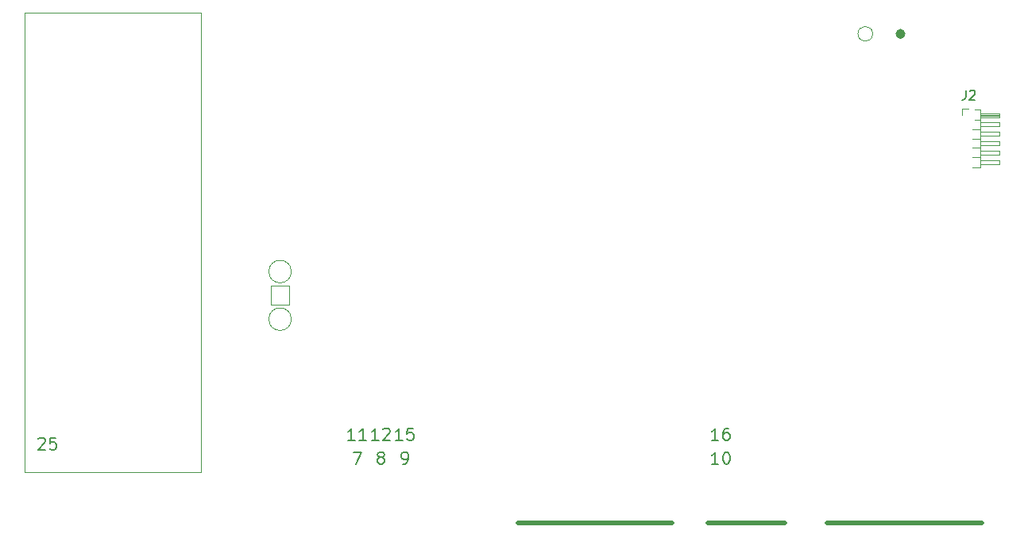
<source format=gbr>
%TF.GenerationSoftware,KiCad,Pcbnew,8.0.2*%
%TF.CreationDate,2024-07-11T13:13:48+02:00*%
%TF.ProjectId,HYDRA_VMM3_CARD,48594452-415f-4564-9d4d-335f43415244,rev?*%
%TF.SameCoordinates,Original*%
%TF.FileFunction,Legend,Top*%
%TF.FilePolarity,Positive*%
%FSLAX46Y46*%
G04 Gerber Fmt 4.6, Leading zero omitted, Abs format (unit mm)*
G04 Created by KiCad (PCBNEW 8.0.2) date 2024-07-11 13:13:48*
%MOMM*%
%LPD*%
G01*
G04 APERTURE LIST*
%ADD10C,0.500000*%
%ADD11C,0.158750*%
%ADD12C,0.150000*%
%ADD13C,0.120000*%
%ADD14C,0.100000*%
%ADD15C,0.550000*%
G04 APERTURE END LIST*
D10*
X122770000Y-87780000D02*
X139270000Y-87780000D01*
X110020000Y-87780000D02*
X118270000Y-87780000D01*
X89770000Y-87780000D02*
X106270000Y-87780000D01*
D11*
X77506095Y-78959271D02*
X76780380Y-78959271D01*
X77143237Y-78959271D02*
X77143237Y-77689271D01*
X77143237Y-77689271D02*
X77022285Y-77870699D01*
X77022285Y-77870699D02*
X76901333Y-77991652D01*
X76901333Y-77991652D02*
X76780380Y-78052128D01*
X78655142Y-77689271D02*
X78050380Y-77689271D01*
X78050380Y-77689271D02*
X77989904Y-78294033D01*
X77989904Y-78294033D02*
X78050380Y-78233556D01*
X78050380Y-78233556D02*
X78171333Y-78173080D01*
X78171333Y-78173080D02*
X78473714Y-78173080D01*
X78473714Y-78173080D02*
X78594666Y-78233556D01*
X78594666Y-78233556D02*
X78655142Y-78294033D01*
X78655142Y-78294033D02*
X78715619Y-78414985D01*
X78715619Y-78414985D02*
X78715619Y-78717366D01*
X78715619Y-78717366D02*
X78655142Y-78838318D01*
X78655142Y-78838318D02*
X78594666Y-78898795D01*
X78594666Y-78898795D02*
X78473714Y-78959271D01*
X78473714Y-78959271D02*
X78171333Y-78959271D01*
X78171333Y-78959271D02*
X78050380Y-78898795D01*
X78050380Y-78898795D02*
X77989904Y-78838318D01*
X111181095Y-78959271D02*
X110455380Y-78959271D01*
X110818237Y-78959271D02*
X110818237Y-77689271D01*
X110818237Y-77689271D02*
X110697285Y-77870699D01*
X110697285Y-77870699D02*
X110576333Y-77991652D01*
X110576333Y-77991652D02*
X110455380Y-78052128D01*
X112269666Y-77689271D02*
X112027761Y-77689271D01*
X112027761Y-77689271D02*
X111906809Y-77749747D01*
X111906809Y-77749747D02*
X111846333Y-77810223D01*
X111846333Y-77810223D02*
X111725380Y-77991652D01*
X111725380Y-77991652D02*
X111664904Y-78233556D01*
X111664904Y-78233556D02*
X111664904Y-78717366D01*
X111664904Y-78717366D02*
X111725380Y-78838318D01*
X111725380Y-78838318D02*
X111785857Y-78898795D01*
X111785857Y-78898795D02*
X111906809Y-78959271D01*
X111906809Y-78959271D02*
X112148714Y-78959271D01*
X112148714Y-78959271D02*
X112269666Y-78898795D01*
X112269666Y-78898795D02*
X112330142Y-78838318D01*
X112330142Y-78838318D02*
X112390619Y-78717366D01*
X112390619Y-78717366D02*
X112390619Y-78414985D01*
X112390619Y-78414985D02*
X112330142Y-78294033D01*
X112330142Y-78294033D02*
X112269666Y-78233556D01*
X112269666Y-78233556D02*
X112148714Y-78173080D01*
X112148714Y-78173080D02*
X111906809Y-78173080D01*
X111906809Y-78173080D02*
X111785857Y-78233556D01*
X111785857Y-78233556D02*
X111725380Y-78294033D01*
X111725380Y-78294033D02*
X111664904Y-78414985D01*
X72426095Y-78959271D02*
X71700380Y-78959271D01*
X72063237Y-78959271D02*
X72063237Y-77689271D01*
X72063237Y-77689271D02*
X71942285Y-77870699D01*
X71942285Y-77870699D02*
X71821333Y-77991652D01*
X71821333Y-77991652D02*
X71700380Y-78052128D01*
X73635619Y-78959271D02*
X72909904Y-78959271D01*
X73272761Y-78959271D02*
X73272761Y-77689271D01*
X73272761Y-77689271D02*
X73151809Y-77870699D01*
X73151809Y-77870699D02*
X73030857Y-77991652D01*
X73030857Y-77991652D02*
X72909904Y-78052128D01*
D12*
X137521666Y-41634819D02*
X137521666Y-42349104D01*
X137521666Y-42349104D02*
X137474047Y-42491961D01*
X137474047Y-42491961D02*
X137378809Y-42587200D01*
X137378809Y-42587200D02*
X137235952Y-42634819D01*
X137235952Y-42634819D02*
X137140714Y-42634819D01*
X137950238Y-41730057D02*
X137997857Y-41682438D01*
X137997857Y-41682438D02*
X138093095Y-41634819D01*
X138093095Y-41634819D02*
X138331190Y-41634819D01*
X138331190Y-41634819D02*
X138426428Y-41682438D01*
X138426428Y-41682438D02*
X138474047Y-41730057D01*
X138474047Y-41730057D02*
X138521666Y-41825295D01*
X138521666Y-41825295D02*
X138521666Y-41920533D01*
X138521666Y-41920533D02*
X138474047Y-42063390D01*
X138474047Y-42063390D02*
X137902619Y-42634819D01*
X137902619Y-42634819D02*
X138521666Y-42634819D01*
D11*
X111181095Y-81499271D02*
X110455380Y-81499271D01*
X110818237Y-81499271D02*
X110818237Y-80229271D01*
X110818237Y-80229271D02*
X110697285Y-80410699D01*
X110697285Y-80410699D02*
X110576333Y-80531652D01*
X110576333Y-80531652D02*
X110455380Y-80592128D01*
X111967285Y-80229271D02*
X112088238Y-80229271D01*
X112088238Y-80229271D02*
X112209190Y-80289747D01*
X112209190Y-80289747D02*
X112269666Y-80350223D01*
X112269666Y-80350223D02*
X112330142Y-80471175D01*
X112330142Y-80471175D02*
X112390619Y-80713080D01*
X112390619Y-80713080D02*
X112390619Y-81015461D01*
X112390619Y-81015461D02*
X112330142Y-81257366D01*
X112330142Y-81257366D02*
X112269666Y-81378318D01*
X112269666Y-81378318D02*
X112209190Y-81438795D01*
X112209190Y-81438795D02*
X112088238Y-81499271D01*
X112088238Y-81499271D02*
X111967285Y-81499271D01*
X111967285Y-81499271D02*
X111846333Y-81438795D01*
X111846333Y-81438795D02*
X111785857Y-81378318D01*
X111785857Y-81378318D02*
X111725380Y-81257366D01*
X111725380Y-81257366D02*
X111664904Y-81015461D01*
X111664904Y-81015461D02*
X111664904Y-80713080D01*
X111664904Y-80713080D02*
X111725380Y-80471175D01*
X111725380Y-80471175D02*
X111785857Y-80350223D01*
X111785857Y-80350223D02*
X111846333Y-80289747D01*
X111846333Y-80289747D02*
X111967285Y-80229271D01*
X77506095Y-81499271D02*
X77747999Y-81499271D01*
X77747999Y-81499271D02*
X77868952Y-81438795D01*
X77868952Y-81438795D02*
X77929428Y-81378318D01*
X77929428Y-81378318D02*
X78050380Y-81196890D01*
X78050380Y-81196890D02*
X78110857Y-80954985D01*
X78110857Y-80954985D02*
X78110857Y-80471175D01*
X78110857Y-80471175D02*
X78050380Y-80350223D01*
X78050380Y-80350223D02*
X77989904Y-80289747D01*
X77989904Y-80289747D02*
X77868952Y-80229271D01*
X77868952Y-80229271D02*
X77627047Y-80229271D01*
X77627047Y-80229271D02*
X77506095Y-80289747D01*
X77506095Y-80289747D02*
X77445618Y-80350223D01*
X77445618Y-80350223D02*
X77385142Y-80471175D01*
X77385142Y-80471175D02*
X77385142Y-80773556D01*
X77385142Y-80773556D02*
X77445618Y-80894509D01*
X77445618Y-80894509D02*
X77506095Y-80954985D01*
X77506095Y-80954985D02*
X77627047Y-81015461D01*
X77627047Y-81015461D02*
X77868952Y-81015461D01*
X77868952Y-81015461D02*
X77989904Y-80954985D01*
X77989904Y-80954985D02*
X78050380Y-80894509D01*
X78050380Y-80894509D02*
X78110857Y-80773556D01*
X74966095Y-78959271D02*
X74240380Y-78959271D01*
X74603237Y-78959271D02*
X74603237Y-77689271D01*
X74603237Y-77689271D02*
X74482285Y-77870699D01*
X74482285Y-77870699D02*
X74361333Y-77991652D01*
X74361333Y-77991652D02*
X74240380Y-78052128D01*
X75449904Y-77810223D02*
X75510380Y-77749747D01*
X75510380Y-77749747D02*
X75631333Y-77689271D01*
X75631333Y-77689271D02*
X75933714Y-77689271D01*
X75933714Y-77689271D02*
X76054666Y-77749747D01*
X76054666Y-77749747D02*
X76115142Y-77810223D01*
X76115142Y-77810223D02*
X76175619Y-77931175D01*
X76175619Y-77931175D02*
X76175619Y-78052128D01*
X76175619Y-78052128D02*
X76115142Y-78233556D01*
X76115142Y-78233556D02*
X75389428Y-78959271D01*
X75389428Y-78959271D02*
X76175619Y-78959271D01*
X38682380Y-78810223D02*
X38742856Y-78749747D01*
X38742856Y-78749747D02*
X38863809Y-78689271D01*
X38863809Y-78689271D02*
X39166190Y-78689271D01*
X39166190Y-78689271D02*
X39287142Y-78749747D01*
X39287142Y-78749747D02*
X39347618Y-78810223D01*
X39347618Y-78810223D02*
X39408095Y-78931175D01*
X39408095Y-78931175D02*
X39408095Y-79052128D01*
X39408095Y-79052128D02*
X39347618Y-79233556D01*
X39347618Y-79233556D02*
X38621904Y-79959271D01*
X38621904Y-79959271D02*
X39408095Y-79959271D01*
X40557142Y-78689271D02*
X39952380Y-78689271D01*
X39952380Y-78689271D02*
X39891904Y-79294033D01*
X39891904Y-79294033D02*
X39952380Y-79233556D01*
X39952380Y-79233556D02*
X40073333Y-79173080D01*
X40073333Y-79173080D02*
X40375714Y-79173080D01*
X40375714Y-79173080D02*
X40496666Y-79233556D01*
X40496666Y-79233556D02*
X40557142Y-79294033D01*
X40557142Y-79294033D02*
X40617619Y-79414985D01*
X40617619Y-79414985D02*
X40617619Y-79717366D01*
X40617619Y-79717366D02*
X40557142Y-79838318D01*
X40557142Y-79838318D02*
X40496666Y-79898795D01*
X40496666Y-79898795D02*
X40375714Y-79959271D01*
X40375714Y-79959271D02*
X40073333Y-79959271D01*
X40073333Y-79959271D02*
X39952380Y-79898795D01*
X39952380Y-79898795D02*
X39891904Y-79838318D01*
X75087047Y-80773556D02*
X74966095Y-80713080D01*
X74966095Y-80713080D02*
X74905618Y-80652604D01*
X74905618Y-80652604D02*
X74845142Y-80531652D01*
X74845142Y-80531652D02*
X74845142Y-80471175D01*
X74845142Y-80471175D02*
X74905618Y-80350223D01*
X74905618Y-80350223D02*
X74966095Y-80289747D01*
X74966095Y-80289747D02*
X75087047Y-80229271D01*
X75087047Y-80229271D02*
X75328952Y-80229271D01*
X75328952Y-80229271D02*
X75449904Y-80289747D01*
X75449904Y-80289747D02*
X75510380Y-80350223D01*
X75510380Y-80350223D02*
X75570857Y-80471175D01*
X75570857Y-80471175D02*
X75570857Y-80531652D01*
X75570857Y-80531652D02*
X75510380Y-80652604D01*
X75510380Y-80652604D02*
X75449904Y-80713080D01*
X75449904Y-80713080D02*
X75328952Y-80773556D01*
X75328952Y-80773556D02*
X75087047Y-80773556D01*
X75087047Y-80773556D02*
X74966095Y-80834033D01*
X74966095Y-80834033D02*
X74905618Y-80894509D01*
X74905618Y-80894509D02*
X74845142Y-81015461D01*
X74845142Y-81015461D02*
X74845142Y-81257366D01*
X74845142Y-81257366D02*
X74905618Y-81378318D01*
X74905618Y-81378318D02*
X74966095Y-81438795D01*
X74966095Y-81438795D02*
X75087047Y-81499271D01*
X75087047Y-81499271D02*
X75328952Y-81499271D01*
X75328952Y-81499271D02*
X75449904Y-81438795D01*
X75449904Y-81438795D02*
X75510380Y-81378318D01*
X75510380Y-81378318D02*
X75570857Y-81257366D01*
X75570857Y-81257366D02*
X75570857Y-81015461D01*
X75570857Y-81015461D02*
X75510380Y-80894509D01*
X75510380Y-80894509D02*
X75449904Y-80834033D01*
X75449904Y-80834033D02*
X75328952Y-80773556D01*
X72244666Y-80229271D02*
X73091333Y-80229271D01*
X73091333Y-80229271D02*
X72547047Y-81499271D01*
D13*
%TO.C,J2*%
X137115000Y-43595000D02*
X137800000Y-43595000D01*
X137115000Y-44280000D02*
X137115000Y-43595000D01*
X138268215Y-45780000D02*
X139110000Y-45780000D01*
X138268215Y-46780000D02*
X139110000Y-46780000D01*
X138268215Y-47780000D02*
X139110000Y-47780000D01*
X138268215Y-48780000D02*
X139110000Y-48780000D01*
X138485000Y-43720000D02*
X139110000Y-43720000D01*
X138485000Y-44780000D02*
X139110000Y-44780000D01*
X139110000Y-43720000D02*
X139110000Y-49840000D01*
X139110000Y-44070000D02*
X141110000Y-44070000D01*
X139110000Y-44130000D02*
X141110000Y-44130000D01*
X139110000Y-44250000D02*
X141110000Y-44250000D01*
X139110000Y-44370000D02*
X141110000Y-44370000D01*
X139110000Y-45070000D02*
X141110000Y-45070000D01*
X139110000Y-46070000D02*
X141110000Y-46070000D01*
X139110000Y-47070000D02*
X141110000Y-47070000D01*
X139110000Y-48070000D02*
X141110000Y-48070000D01*
X139110000Y-49070000D02*
X141110000Y-49070000D01*
X139110000Y-49840000D02*
X138194493Y-49840000D01*
X141110000Y-44070000D02*
X141110000Y-44490000D01*
X141110000Y-44490000D02*
X139110000Y-44490000D01*
X141110000Y-45070000D02*
X141110000Y-45490000D01*
X141110000Y-45490000D02*
X139110000Y-45490000D01*
X141110000Y-46070000D02*
X141110000Y-46490000D01*
X141110000Y-46490000D02*
X139110000Y-46490000D01*
X141110000Y-47070000D02*
X141110000Y-47490000D01*
X141110000Y-47490000D02*
X139110000Y-47490000D01*
X141110000Y-48070000D02*
X141110000Y-48490000D01*
X141110000Y-48490000D02*
X139110000Y-48490000D01*
X141110000Y-49070000D02*
X141110000Y-49490000D01*
X141110000Y-49490000D02*
X139110000Y-49490000D01*
%TO.C,3.3V1*%
X65650000Y-60970000D02*
G75*
G02*
X63250000Y-60970000I-1200000J0D01*
G01*
X63250000Y-60970000D02*
G75*
G02*
X65650000Y-60970000I1200000J0D01*
G01*
%TO.C,REF\u002A\u002A*%
D14*
X37250000Y-33380000D02*
X56050000Y-33380000D01*
X56050000Y-82380000D01*
X37250000Y-82380000D01*
X37250000Y-33380000D01*
%TO.C,U1*%
X127608569Y-35606000D02*
G75*
G02*
X126027431Y-35606000I-790569J0D01*
G01*
X126027431Y-35606000D02*
G75*
G02*
X127608569Y-35606000I790569J0D01*
G01*
D15*
X130843000Y-35606000D02*
G75*
G02*
X130293000Y-35606000I-275000J0D01*
G01*
X130293000Y-35606000D02*
G75*
G02*
X130843000Y-35606000I275000J0D01*
G01*
D13*
%TO.C,GND1*%
X63450000Y-62510000D02*
X65450000Y-62510000D01*
X63450000Y-64510000D02*
X63450000Y-62510000D01*
X65450000Y-62510000D02*
X65450000Y-64510000D01*
X65450000Y-64510000D02*
X63450000Y-64510000D01*
%TO.C,1.8V1*%
X65650000Y-66050000D02*
G75*
G02*
X63250000Y-66050000I-1200000J0D01*
G01*
X63250000Y-66050000D02*
G75*
G02*
X65650000Y-66050000I1200000J0D01*
G01*
%TD*%
M02*

</source>
